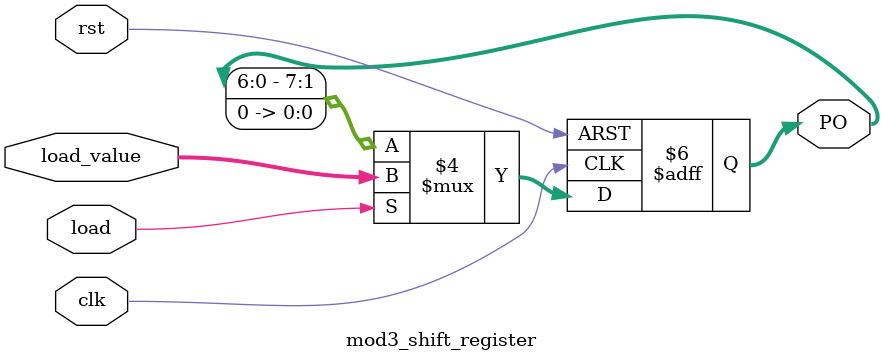
<source format=v>
module mod3_shift_register #(
    parameter SHIFT_DIRECTION = "LEFT",
    parameter SHIFT_AMOUNT    = 1
)(
    input  wire        clk,
    input  wire        rst,        
    input  wire        load,        
    input  wire [7:0]  load_value,
    output reg  [7:0]  PO
);
    always @(posedge clk or posedge rst) begin
        if (rst) begin
            PO <= 8'b0;
        end else if (load) begin
            PO <= load_value;
        end else begin
            if (SHIFT_DIRECTION == "LEFT") begin
                PO <= PO << SHIFT_AMOUNT;
            end else begin
                PO <= PO >> SHIFT_AMOUNT;
            end
        end
    end
endmodule

</source>
